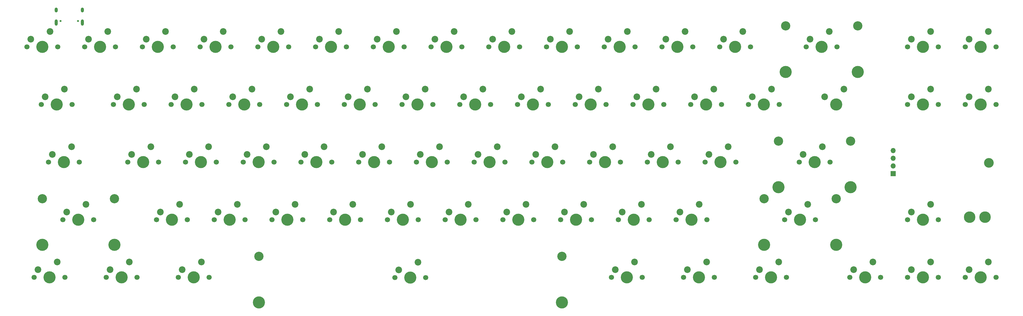
<source format=gbr>
G04 #@! TF.GenerationSoftware,KiCad,Pcbnew,(5.1.12)-1*
G04 #@! TF.CreationDate,2021-11-30T17:05:59-08:00*
G04 #@! TF.ProjectId,oled68 pcb,6f6c6564-3638-4207-9063-622e6b696361,rev?*
G04 #@! TF.SameCoordinates,Original*
G04 #@! TF.FileFunction,Soldermask,Top*
G04 #@! TF.FilePolarity,Negative*
%FSLAX46Y46*%
G04 Gerber Fmt 4.6, Leading zero omitted, Abs format (unit mm)*
G04 Created by KiCad (PCBNEW (5.1.12)-1) date 2021-11-30 17:05:59*
%MOMM*%
%LPD*%
G01*
G04 APERTURE LIST*
%ADD10C,2.200000*%
%ADD11C,4.000000*%
%ADD12C,1.700000*%
%ADD13C,3.200000*%
%ADD14C,3.800000*%
%ADD15C,0.650000*%
%ADD16O,1.000000X2.100000*%
%ADD17O,1.000000X1.600000*%
%ADD18R,1.700000X1.700000*%
%ADD19O,1.700000X1.700000*%
%ADD20C,3.050000*%
G04 APERTURE END LIST*
D10*
X-24378300Y-75344000D03*
X-30728300Y-77884000D03*
D11*
X-26918300Y-80424000D03*
D12*
X-31998300Y-80424000D03*
X-21838300Y-80424000D03*
D10*
X-124327300Y-56294000D03*
X-130677300Y-58834000D03*
D11*
X-126867300Y-61374000D03*
D12*
X-131947300Y-61374000D03*
X-121787300Y-61374000D03*
D10*
X-148132800Y-56294000D03*
X-154482800Y-58834000D03*
D11*
X-150672800Y-61374000D03*
D12*
X-155752800Y-61374000D03*
X-145592800Y-61374000D03*
D13*
X156921200Y-80645000D03*
D14*
X155644200Y-98585000D03*
X150564200Y-98585000D03*
D10*
X137673700Y-94394000D03*
X131323700Y-96934000D03*
D11*
X135133700Y-99474000D03*
D12*
X130053700Y-99474000D03*
X140213700Y-99474000D03*
D10*
X156723700Y-56294000D03*
X150373700Y-58834000D03*
D11*
X154183700Y-61374000D03*
D12*
X149103700Y-61374000D03*
X159263700Y-61374000D03*
D15*
X-143662300Y-33715000D03*
X-149442300Y-33715000D03*
D16*
X-150872300Y-34245000D03*
X-142232300Y-34245000D03*
D17*
X-150872300Y-30065000D03*
X-142232300Y-30065000D03*
D18*
X125303700Y-84234000D03*
D19*
X125303700Y-81694000D03*
X125303700Y-79154000D03*
X125303700Y-76614000D03*
D10*
X156723700Y-113444000D03*
X150373700Y-115984000D03*
D11*
X154183700Y-118524000D03*
D12*
X149103700Y-118524000D03*
X159263700Y-118524000D03*
D10*
X156723700Y-37244000D03*
X150373700Y-39784000D03*
D11*
X154183700Y-42324000D03*
D12*
X149103700Y-42324000D03*
X159263700Y-42324000D03*
D10*
X137673700Y-113444000D03*
X131323700Y-115984000D03*
D11*
X135133700Y-118524000D03*
D12*
X130053700Y-118524000D03*
X140213700Y-118524000D03*
D10*
X137673700Y-56294000D03*
X131323700Y-58834000D03*
D11*
X135133700Y-61374000D03*
D12*
X130053700Y-61374000D03*
X140213700Y-61374000D03*
D10*
X137673700Y-37244000D03*
X131323700Y-39784000D03*
D11*
X135133700Y-42324000D03*
D12*
X130053700Y-42324000D03*
X140213700Y-42324000D03*
D10*
X118623700Y-113444000D03*
X112273700Y-115984000D03*
D11*
X116083700Y-118524000D03*
D12*
X111003700Y-118524000D03*
X121163700Y-118524000D03*
D10*
X97160700Y-94394000D03*
X90810700Y-96934000D03*
D11*
X94620700Y-99474000D03*
D12*
X89540700Y-99474000D03*
X99700700Y-99474000D03*
D11*
X106520700Y-107714000D03*
X82720700Y-107714000D03*
D20*
X82720700Y-92474000D03*
X106520700Y-92474000D03*
D10*
X101923200Y-75344000D03*
X95573200Y-77884000D03*
D11*
X99383200Y-80424000D03*
D12*
X94303200Y-80424000D03*
X104463200Y-80424000D03*
D11*
X111283200Y-88664000D03*
X87483200Y-88664000D03*
D20*
X87483200Y-73424000D03*
X111283200Y-73424000D03*
D10*
X109035200Y-56294000D03*
X102685200Y-58834000D03*
D11*
X106495200Y-61374000D03*
D10*
X104272700Y-37244000D03*
X97922700Y-39784000D03*
D11*
X101732700Y-42324000D03*
D12*
X96652700Y-42324000D03*
X106812700Y-42324000D03*
D11*
X113632700Y-50564000D03*
X89832700Y-50564000D03*
D20*
X89832700Y-35324000D03*
X113632700Y-35324000D03*
D10*
X85222700Y-56294000D03*
X78872700Y-58834000D03*
D11*
X82682700Y-61374000D03*
D12*
X77602700Y-61374000D03*
X87762700Y-61374000D03*
D10*
X75697700Y-37244000D03*
X69347700Y-39784000D03*
D11*
X73157700Y-42324000D03*
D12*
X68077700Y-42324000D03*
X78237700Y-42324000D03*
D10*
X87572200Y-113444000D03*
X81222200Y-115984000D03*
D11*
X85032200Y-118524000D03*
D12*
X79952200Y-118524000D03*
X90112200Y-118524000D03*
D10*
X70871700Y-75344000D03*
X64521700Y-77884000D03*
D11*
X68331700Y-80424000D03*
D12*
X63251700Y-80424000D03*
X73411700Y-80424000D03*
D10*
X66172700Y-56294000D03*
X59822700Y-58834000D03*
D11*
X63632700Y-61374000D03*
D12*
X58552700Y-61374000D03*
X68712700Y-61374000D03*
D10*
X56647700Y-37244000D03*
X50297700Y-39784000D03*
D11*
X54107700Y-42324000D03*
D12*
X49027700Y-42324000D03*
X59187700Y-42324000D03*
D10*
X63759700Y-113444000D03*
X57409700Y-115984000D03*
D11*
X61219700Y-118524000D03*
D12*
X56139700Y-118524000D03*
X66299700Y-118524000D03*
D10*
X61346700Y-94394000D03*
X54996700Y-96934000D03*
D11*
X58806700Y-99474000D03*
D12*
X53726700Y-99474000D03*
X63886700Y-99474000D03*
D10*
X51821700Y-75344000D03*
X45471700Y-77884000D03*
D11*
X49281700Y-80424000D03*
D12*
X44201700Y-80424000D03*
X54361700Y-80424000D03*
D10*
X47122700Y-56294000D03*
X40772700Y-58834000D03*
D11*
X44582700Y-61374000D03*
D12*
X39502700Y-61374000D03*
X49662700Y-61374000D03*
D10*
X37597700Y-37244000D03*
X31247700Y-39784000D03*
D11*
X35057700Y-42324000D03*
D12*
X29977700Y-42324000D03*
X40137700Y-42324000D03*
D10*
X39947200Y-113444000D03*
X33597200Y-115984000D03*
D11*
X37407200Y-118524000D03*
D12*
X32327200Y-118524000D03*
X42487200Y-118524000D03*
D10*
X42296700Y-94394000D03*
X35946700Y-96934000D03*
D11*
X39756700Y-99474000D03*
D12*
X34676700Y-99474000D03*
X44836700Y-99474000D03*
D10*
X32771700Y-75344000D03*
X26421700Y-77884000D03*
D11*
X30231700Y-80424000D03*
D12*
X25151700Y-80424000D03*
X35311700Y-80424000D03*
D10*
X28072700Y-56294000D03*
X21722700Y-58834000D03*
D11*
X25532700Y-61374000D03*
D12*
X20452700Y-61374000D03*
X30612700Y-61374000D03*
D10*
X18547700Y-37244000D03*
X12197700Y-39784000D03*
D11*
X16007700Y-42324000D03*
D12*
X10927700Y-42324000D03*
X21087700Y-42324000D03*
D10*
X23246700Y-94394000D03*
X16896700Y-96934000D03*
D11*
X20706700Y-99474000D03*
D12*
X15626700Y-99474000D03*
X25786700Y-99474000D03*
D10*
X13721700Y-75344000D03*
X7371700Y-77884000D03*
D11*
X11181700Y-80424000D03*
D12*
X6101700Y-80424000D03*
X16261700Y-80424000D03*
D10*
X9022700Y-56294000D03*
X2672700Y-58834000D03*
D11*
X6482700Y-61374000D03*
D12*
X1402700Y-61374000D03*
X11562700Y-61374000D03*
D10*
X-502300Y-37244000D03*
X-6852300Y-39784000D03*
D11*
X-3042300Y-42324000D03*
D12*
X-8122300Y-42324000D03*
X2037700Y-42324000D03*
D10*
X4196700Y-94394000D03*
X-2153300Y-96934000D03*
D11*
X1656700Y-99474000D03*
D12*
X-3423300Y-99474000D03*
X6736700Y-99474000D03*
D10*
X-5328300Y-75344000D03*
X-11678300Y-77884000D03*
D11*
X-7868300Y-80424000D03*
D12*
X-12948300Y-80424000D03*
X-2788300Y-80424000D03*
D10*
X-10027300Y-56294000D03*
X-16377300Y-58834000D03*
D11*
X-12567300Y-61374000D03*
D12*
X-17647300Y-61374000D03*
X-7487300Y-61374000D03*
D10*
X-19552300Y-37244000D03*
X-25902300Y-39784000D03*
D11*
X-22092300Y-42324000D03*
D12*
X-27172300Y-42324000D03*
X-17012300Y-42324000D03*
D10*
X-14853300Y-94394000D03*
X-21203300Y-96934000D03*
D11*
X-17393300Y-99474000D03*
D12*
X-22473300Y-99474000D03*
X-12313300Y-99474000D03*
D10*
X-29077300Y-56294000D03*
X-35427300Y-58834000D03*
D11*
X-31617300Y-61374000D03*
D12*
X-36697300Y-61374000D03*
X-26537300Y-61374000D03*
D10*
X-38602300Y-37244000D03*
X-44952300Y-39784000D03*
D11*
X-41142300Y-42324000D03*
D12*
X-46222300Y-42324000D03*
X-36062300Y-42324000D03*
D10*
X-31452300Y-113459000D03*
X-37802300Y-115999000D03*
D11*
X-33992300Y-118539000D03*
D12*
X-39072300Y-118539000D03*
X-28912300Y-118539000D03*
D11*
X16007700Y-126779000D03*
X-83992300Y-126779000D03*
D20*
X-83992300Y-111539000D03*
X16007700Y-111539000D03*
D10*
X-33903300Y-94394000D03*
X-40253300Y-96934000D03*
D11*
X-36443300Y-99474000D03*
D12*
X-41523300Y-99474000D03*
X-31363300Y-99474000D03*
D10*
X-43428300Y-75344000D03*
X-49778300Y-77884000D03*
D11*
X-45968300Y-80424000D03*
D12*
X-51048300Y-80424000D03*
X-40888300Y-80424000D03*
D10*
X-48127300Y-56294000D03*
X-54477300Y-58834000D03*
D11*
X-50667300Y-61374000D03*
D12*
X-55747300Y-61374000D03*
X-45587300Y-61374000D03*
D10*
X-57652300Y-37244000D03*
X-64002300Y-39784000D03*
D11*
X-60192300Y-42324000D03*
D12*
X-65272300Y-42324000D03*
X-55112300Y-42324000D03*
D10*
X-52953300Y-94394000D03*
X-59303300Y-96934000D03*
D11*
X-55493300Y-99474000D03*
D12*
X-60573300Y-99474000D03*
X-50413300Y-99474000D03*
D10*
X-62478300Y-75344000D03*
X-68828300Y-77884000D03*
D11*
X-65018300Y-80424000D03*
D12*
X-70098300Y-80424000D03*
X-59938300Y-80424000D03*
D10*
X-67177300Y-56294000D03*
X-73527300Y-58834000D03*
D11*
X-69717300Y-61374000D03*
D12*
X-74797300Y-61374000D03*
X-64637300Y-61374000D03*
D10*
X-76702300Y-37244000D03*
X-83052300Y-39784000D03*
D11*
X-79242300Y-42324000D03*
D12*
X-84322300Y-42324000D03*
X-74162300Y-42324000D03*
D10*
X-72003300Y-94394000D03*
X-78353300Y-96934000D03*
D11*
X-74543300Y-99474000D03*
D12*
X-79623300Y-99474000D03*
X-69463300Y-99474000D03*
D10*
X-81528300Y-75344000D03*
X-87878300Y-77884000D03*
D11*
X-84068300Y-80424000D03*
D12*
X-89148300Y-80424000D03*
X-78988300Y-80424000D03*
D10*
X-86227300Y-56294000D03*
X-92577300Y-58834000D03*
D11*
X-88767300Y-61374000D03*
D12*
X-93847300Y-61374000D03*
X-83687300Y-61374000D03*
D10*
X-95752300Y-37244000D03*
X-102102300Y-39784000D03*
D11*
X-98292300Y-42324000D03*
D12*
X-103372300Y-42324000D03*
X-93212300Y-42324000D03*
D10*
X-102927800Y-113444000D03*
X-109277800Y-115984000D03*
D11*
X-105467800Y-118524000D03*
D12*
X-110547800Y-118524000D03*
X-100387800Y-118524000D03*
D10*
X-91053300Y-94394000D03*
X-97403300Y-96934000D03*
D11*
X-93593300Y-99474000D03*
D12*
X-98673300Y-99474000D03*
X-88513300Y-99474000D03*
D10*
X-100578300Y-75344000D03*
X-106928300Y-77884000D03*
D11*
X-103118300Y-80424000D03*
D12*
X-108198300Y-80424000D03*
X-98038300Y-80424000D03*
D10*
X-105277300Y-56294000D03*
X-111627300Y-58834000D03*
D11*
X-107817300Y-61374000D03*
D12*
X-112897300Y-61374000D03*
X-102737300Y-61374000D03*
D10*
X-114802300Y-37244000D03*
X-121152300Y-39784000D03*
D11*
X-117342300Y-42324000D03*
D12*
X-122422300Y-42324000D03*
X-112262300Y-42324000D03*
D10*
X-126740300Y-113444000D03*
X-133090300Y-115984000D03*
D11*
X-129280300Y-118524000D03*
D12*
X-134360300Y-118524000D03*
X-124200300Y-118524000D03*
D10*
X-110103300Y-94394000D03*
X-116453300Y-96934000D03*
D11*
X-112643300Y-99474000D03*
D12*
X-117723300Y-99474000D03*
X-107563300Y-99474000D03*
D10*
X-119628300Y-75344000D03*
X-125978300Y-77884000D03*
D11*
X-122168300Y-80424000D03*
D12*
X-127248300Y-80424000D03*
X-117088300Y-80424000D03*
D10*
X-133852300Y-37244000D03*
X-140202300Y-39784000D03*
D11*
X-136392300Y-42324000D03*
D12*
X-141472300Y-42324000D03*
X-131312300Y-42324000D03*
D10*
X-150552800Y-113444000D03*
X-156902800Y-115984000D03*
D11*
X-153092800Y-118524000D03*
D12*
X-158172800Y-118524000D03*
X-148012800Y-118524000D03*
D10*
X-141027800Y-94394000D03*
X-147377800Y-96934000D03*
D11*
X-143567800Y-99474000D03*
D12*
X-148647800Y-99474000D03*
X-138487800Y-99474000D03*
D11*
X-131667800Y-107714000D03*
X-155467800Y-107714000D03*
D20*
X-155467800Y-92474000D03*
X-131667800Y-92474000D03*
D10*
X-145790300Y-75344000D03*
X-152140300Y-77884000D03*
D11*
X-148330300Y-80424000D03*
D12*
X-153410300Y-80424000D03*
X-143250300Y-80424000D03*
D10*
X-152902300Y-37244000D03*
X-159252300Y-39784000D03*
D11*
X-155442300Y-42324000D03*
D12*
X-160522300Y-42324000D03*
X-150362300Y-42324000D03*
M02*

</source>
